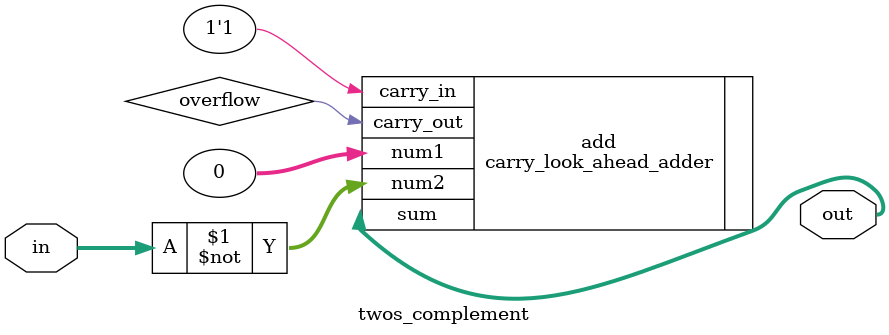
<source format=v>
module twos_complement(out, in);
    input [31:0] in;
    output [31:0] out;
    wire overflow;

    // 2s complement
    carry_look_ahead_adder add(.num1(32'b0), .num2(~in), .carry_in(1'b1), .carry_out(overflow), .sum(out));
endmodule
</source>
